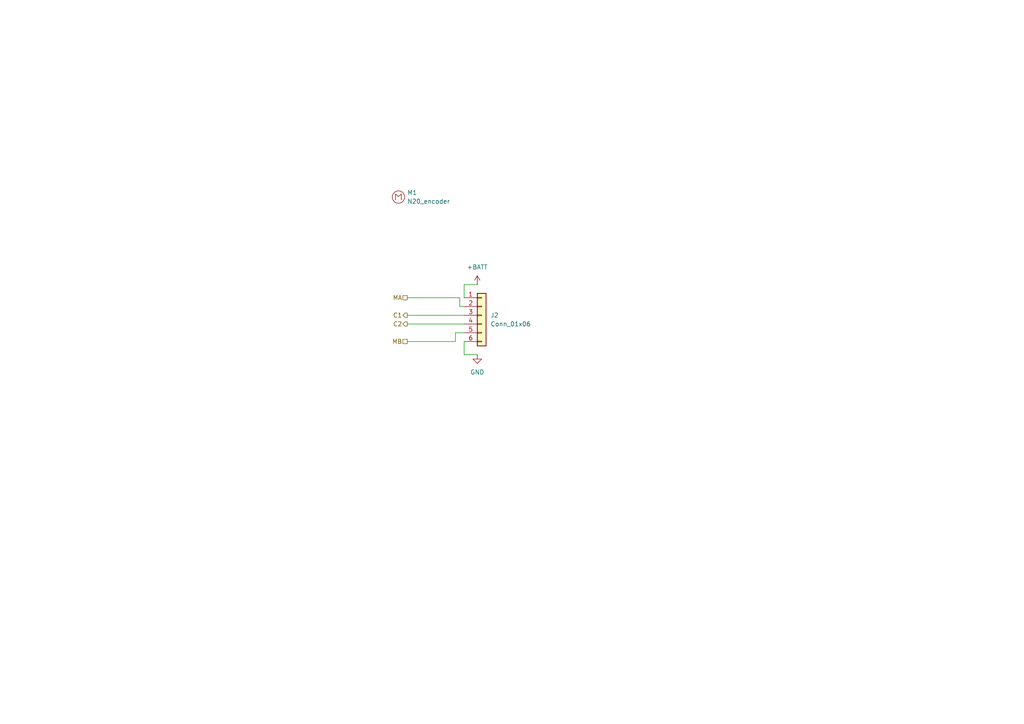
<source format=kicad_sch>
(kicad_sch (version 20230121) (generator eeschema)
  (paper "A4")
  (lib_symbols
    (symbol "Connector_Generic:Conn_01x06" (pin_names (offset 1.016) hide)
      (property "Reference" "J" (at 0 7.62 0))
      (property "Value" "Conn_01x06" (at 0 -10.16 0))
      (symbol "Conn_01x06_1_1"
        (rectangle (start -1.27 -7.493) (end 0 -7.747) (stroke (width 0.1524)))
        (rectangle (start -1.27 -4.953) (end 0 -5.207) (stroke (width 0.1524)))
        (rectangle (start -1.27 -2.413) (end 0 -2.667) (stroke (width 0.1524)))
        (rectangle (start -1.27 0.127) (end 0 -0.127) (stroke (width 0.1524)))
        (rectangle (start -1.27 2.667) (end 0 2.413) (stroke (width 0.1524)))
        (rectangle (start -1.27 5.207) (end 0 4.953) (stroke (width 0.1524)))
        (rectangle (start -1.27 6.35) (end 1.27 -8.89) (stroke (width 0.254)) (fill (type background)))
        (pin passive line (at -5.08 5.08 0) (length 3.81) (name "Pin_1") (number "1"))
        (pin passive line (at -5.08 2.54 0) (length 3.81) (name "Pin_2") (number "2"))
        (pin passive line (at -5.08 0 0) (length 3.81) (name "Pin_3") (number "3"))
        (pin passive line (at -5.08 -2.54 0) (length 3.81) (name "Pin_4") (number "4"))
        (pin passive line (at -5.08 -5.08 0) (length 3.81) (name "Pin_5") (number "5"))
        (pin passive line (at -5.08 -7.62 0) (length 3.81) (name "Pin_6") (number "6"))
      )
    )
    (symbol "minimouse:N20_w_encoder"
      (property "Reference" "M" (at -8.89 1.27 0))
      (property "Value" "N20_encoder" (at 0 -2.54 0))
      (symbol "N20_w_encoder_0_1"
        (polyline (pts (xy -0.8636 -0.8128) (xy -0.8636 0.8636) (xy 0 0.1524) (xy 0.8128 0.8636) (xy 0.8128 -0.8128)))
        (circle (center 0 0) (radius 1.7961))
      )
    )
    (symbol "power:+BATT" (power) (pin_names (offset 0))
      (property "Value" "+BATT" (at 0 3.556 0))
      (symbol "+BATT_0_1"
        (polyline (pts (xy -0.762 1.27) (xy 0 2.54)))
        (polyline (pts (xy 0 0) (xy 0 2.54)))
        (polyline (pts (xy 0 2.54) (xy 0.762 1.27)))
      )
      (symbol "+BATT_1_1"
        (pin power_in line (at 0 0 90) (length 0) hide (name "+BATT") (number "1"))
      )
    )
    (symbol "power:GND" (power) (pin_names (offset 0))
      (property "Value" "GND" (at 0 -3.81 0))
      (symbol "GND_0_1"
        (polyline (pts (xy 0 0) (xy 0 -1.27) (xy 1.27 -1.27) (xy 0 -2.54) (xy -1.27 -1.27) (xy 0 -1.27)))
      )
      (symbol "GND_1_1"
        (pin power_in line (at 0 0 270) (length 0) hide (name "GND") (number "1"))
      )
    )
  )
  (wire (pts (xy 132.08 96.52) (xy 134.62 96.52)))
  (wire (pts (xy 118.11 93.98) (xy 134.62 93.98)))
  (wire (pts (xy 118.11 91.44) (xy 134.62 91.44)))
  (wire (pts (xy 118.11 86.36) (xy 133.35 86.36)))
  (wire (pts (xy 133.35 88.9) (xy 134.62 88.9)))
  (wire (pts (xy 134.62 82.55) (xy 134.62 86.36)))
  (wire (pts (xy 132.08 99.06) (xy 132.08 96.52)))
  (wire (pts (xy 118.11 99.06) (xy 132.08 99.06)))
  (wire (pts (xy 134.62 102.87) (xy 134.62 99.06)))
  (wire (pts (xy 138.43 102.87) (xy 134.62 102.87)))
  (wire (pts (xy 138.43 82.55) (xy 134.62 82.55)))
  (wire (pts (xy 133.35 86.36) (xy 133.35 88.9)))
  (hierarchical_label "C1" (shape output) (at 118.11 91.44 180))
  (hierarchical_label "C2" (shape output) (at 118.11 93.98 180))
  (hierarchical_label "MB" (shape passive) (at 118.11 99.06 180))
  (hierarchical_label "MA" (shape passive) (at 118.11 86.36 180))
  (symbol (lib_id "power:GND") (at 138.43 102.87 0) (unit 1)
    (property "Reference" "#PWR037" (effects hide))
    (property "Value" "GND" (at 138.43 107.95 0))
    (instances (project "minimouse" (path "" (reference "#PWR037") (unit 1)) (path "" (reference "#PWR010") (unit 1)) (path "" (reference "#PWR011") (unit 1))))
  )
  (symbol (lib_id "minimouse:N20_w_encoder") (at 115.57 57.15 0) (unit 1)
    (property "Reference" "M1" (at 118.11 55.88 0) (effects (justify left)))
    (property "Value" "N20_encoder" (at 118.11 58.42 0) (effects (justify left)))
    (property "Footprint" "minimouse:N20_with_encoder" (effects hide))
    (instances (project "minimouse" (path "" (reference "M1") (unit 1)) (path "" (reference "M2") (unit 1))))
  )
  (symbol (lib_id "Connector_Generic:Conn_01x06") (at 139.7 91.44 0) (unit 1)
    (property "Reference" "J2" (at 142.24 91.44 0) (effects (justify left)))
    (property "Value" "Conn_01x06" (at 142.24 93.98 0) (effects (justify left)))
    (instances (project "minimouse" (path "" (reference "J2") (unit 1)) (path "" (reference "J4") (unit 1))))
  )
  (symbol (lib_id "power:+BATT") (at 138.43 82.55 0) (unit 1)
    (property "Reference" "#PWR036" (effects hide))
    (property "Value" "+BATT" (at 138.43 77.47 0))
    (instances (project "minimouse" (path "" (reference "#PWR036") (unit 1)) (path "" (reference "#PWR08") (unit 1)) (path "" (reference "#PWR012") (unit 1)) (path "" (reference "#PWR013") (unit 1))))
  )
)
</source>
